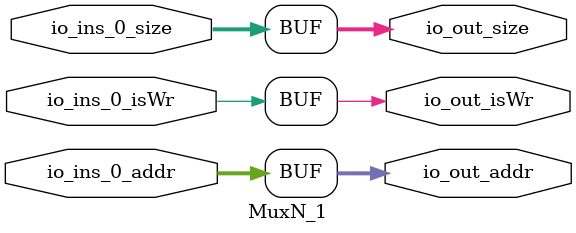
<source format=v>
module MuxN_1(
  input  [63:0] io_ins_0_addr,
  input         io_ins_0_isWr,
  input  [15:0] io_ins_0_size,
  output [63:0] io_out_addr,
  output        io_out_isWr,
  output [15:0] io_out_size
);
  assign io_out_addr = io_ins_0_addr;
  assign io_out_isWr = io_ins_0_isWr;
  assign io_out_size = io_ins_0_size;
endmodule
</source>
